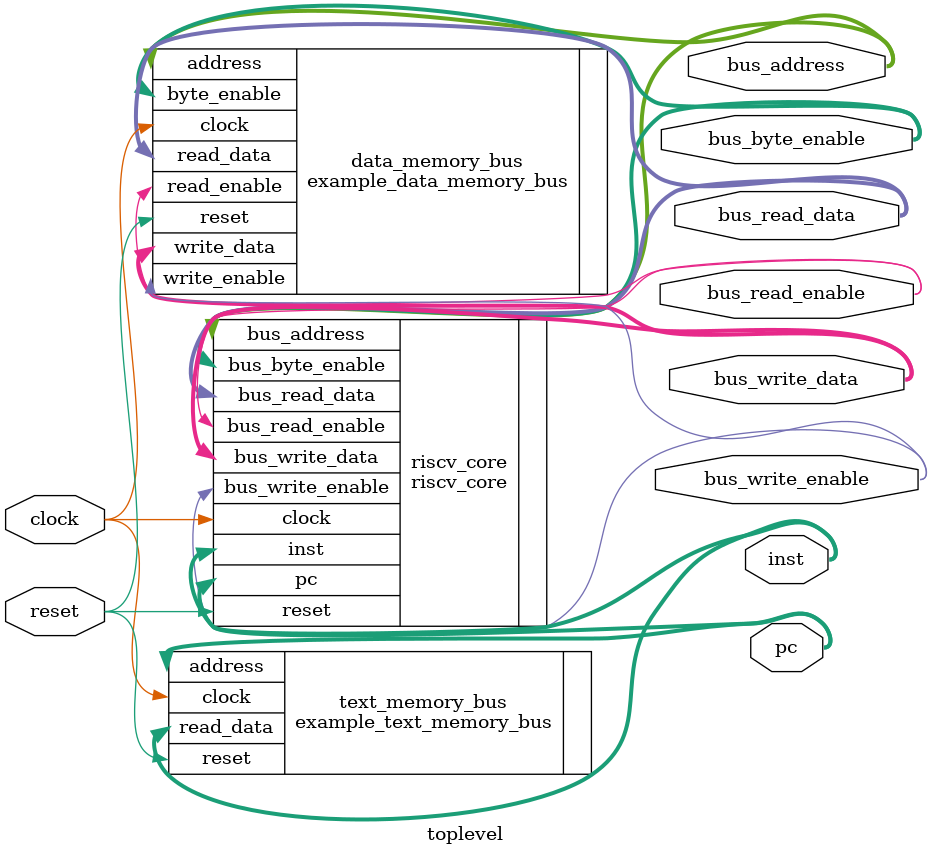
<source format=sv>
`include "config.sv"
`include "constants.sv"

module toplevel (
    input  clock,
    input  reset,

    output [31:0] bus_read_data,
    output [31:0] bus_address,
    output [31:0] bus_write_data,
    output [3:0]  bus_byte_enable,
    output        bus_read_enable,
    output        bus_write_enable,

    output [31:0] inst,
    output [31:0] pc
);

    riscv_core riscv_core (
        .clock                  (clock),
        .reset                  (reset),
        .inst                   (inst),
        .pc                     (pc),
        .bus_address            (bus_address),
        .bus_read_data          (bus_read_data),
        .bus_write_data         (bus_write_data),
        .bus_read_enable        (bus_read_enable),
        .bus_write_enable       (bus_write_enable),
        .bus_byte_enable        (bus_byte_enable)
    );

    example_text_memory_bus text_memory_bus (
        .clock                  (clock),
        .reset                  (reset),
        .address                (pc),
        .read_data              (inst)
    );
    
    example_data_memory_bus data_memory_bus (
        .clock                  (clock),
        .reset                  (reset),
        .address                (bus_address),
        .read_data              (bus_read_data),
        .write_data             (bus_write_data),
        .read_enable            (bus_read_enable),
        .write_enable           (bus_write_enable),
        .byte_enable            (bus_byte_enable)
    );
    
endmodule


</source>
